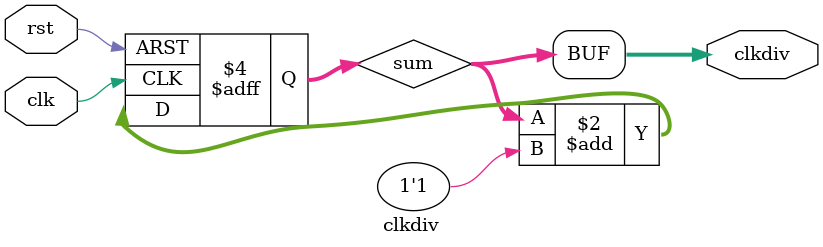
<source format=v>
`timescale 1ns / 1ps
module clkdiv(input clk,
				input rst,
				output [1:0] clkdiv
    );
	 reg [1:0] sum=2'b00;
	 
	 always @ (posedge clk or posedge rst) begin
			if (rst) sum = 0;
			else sum = sum + 1'b1;
	 end
	 
	 assign clkdiv=sum;

endmodule

</source>
